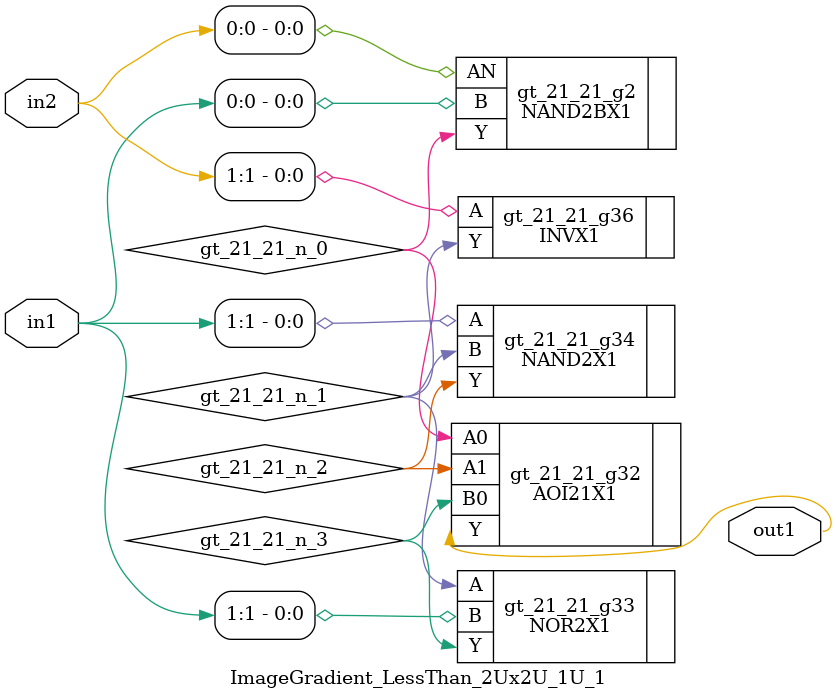
<source format=v>
`timescale 1ps / 1ps


module ImageGradient_LessThan_2Ux2U_1U_1(in2, in1, out1);
  input [1:0] in2, in1;
  output out1;
  wire [1:0] in2, in1;
  wire out1;
  wire gt_21_21_n_0, gt_21_21_n_1, gt_21_21_n_2, gt_21_21_n_3;
  AOI21X1 gt_21_21_g32(.A0 (gt_21_21_n_0), .A1 (gt_21_21_n_2), .B0
       (gt_21_21_n_3), .Y (out1));
  NOR2X1 gt_21_21_g33(.A (gt_21_21_n_1), .B (in1[1]), .Y
       (gt_21_21_n_3));
  NAND2X1 gt_21_21_g34(.A (in1[1]), .B (gt_21_21_n_1), .Y
       (gt_21_21_n_2));
  INVX1 gt_21_21_g36(.A (in2[1]), .Y (gt_21_21_n_1));
  NAND2BX1 gt_21_21_g2(.AN (in2[0]), .B (in1[0]), .Y (gt_21_21_n_0));
endmodule


</source>
